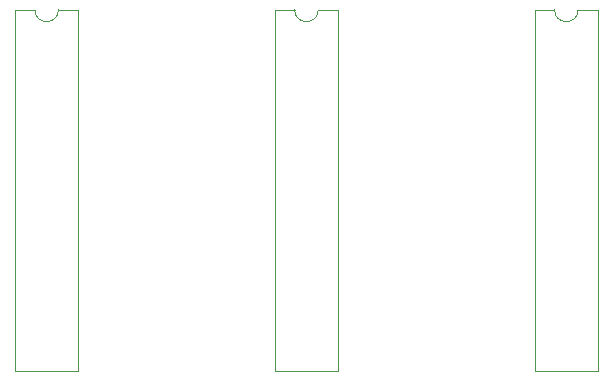
<source format=gbr>
%TF.GenerationSoftware,KiCad,Pcbnew,7.0.9*%
%TF.CreationDate,2024-05-03T11:46:21+01:00*%
%TF.ProjectId,DIP24Converter,44495032-3443-46f6-9e76-65727465722e,rev?*%
%TF.SameCoordinates,Original*%
%TF.FileFunction,Legend,Bot*%
%TF.FilePolarity,Positive*%
%FSLAX46Y46*%
G04 Gerber Fmt 4.6, Leading zero omitted, Abs format (unit mm)*
G04 Created by KiCad (PCBNEW 7.0.9) date 2024-05-03 11:46:21*
%MOMM*%
%LPD*%
G01*
G04 APERTURE LIST*
%ADD10C,0.120000*%
G04 APERTURE END LIST*
D10*
%TO.C,U1*%
X104290000Y-79320000D02*
X98990000Y-79320000D01*
X104290000Y-48720000D02*
X104290000Y-79320000D01*
X102640000Y-48720000D02*
X104290000Y-48720000D01*
X98990000Y-79320000D02*
X98990000Y-48720000D01*
X98990000Y-48720000D02*
X100640000Y-48720000D01*
X100640000Y-48720000D02*
G75*
G03*
X102640000Y-48720000I1000000J0D01*
G01*
X82290000Y-79320000D02*
X76990000Y-79320000D01*
X82290000Y-48720000D02*
X82290000Y-79320000D01*
X80640000Y-48720000D02*
X82290000Y-48720000D01*
X76990000Y-79320000D02*
X76990000Y-48720000D01*
X76990000Y-48720000D02*
X78640000Y-48720000D01*
X78640000Y-48720000D02*
G75*
G03*
X80640000Y-48720000I1000000J0D01*
G01*
X56640000Y-48720000D02*
G75*
G03*
X58640000Y-48720000I1000000J0D01*
G01*
X58640000Y-48720000D02*
X60290000Y-48720000D01*
X54990000Y-48720000D02*
X56640000Y-48720000D01*
X54990000Y-79320000D02*
X54990000Y-48720000D01*
X60290000Y-48720000D02*
X60290000Y-79320000D01*
X60290000Y-79320000D02*
X54990000Y-79320000D01*
%TD*%
M02*

</source>
